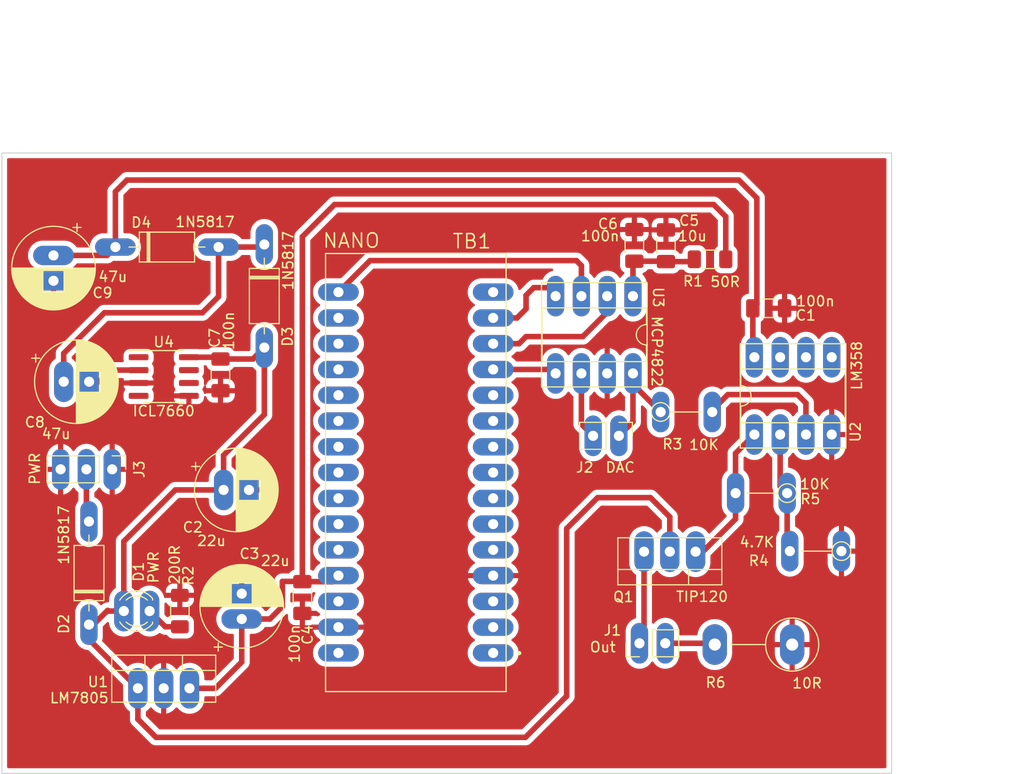
<source format=kicad_pcb>
(kicad_pcb (version 20211014) (generator pcbnew)
  (layers (0 "F.Cu" signal) (31 "B.Cu" signal) (34 "B.Paste" user) (35 "F.Paste" user) (36 "B.SilkS" user "B.Silkscreen") (37 "F.SilkS" user "F.Silkscreen") (38 "B.Mask" user) (39 "F.Mask" user) (44 "Edge.Cuts" user))
  (net 0 "")
  (net 1 "24V")
  (net 2 "GND")
  (net 3 "12V")
  (net 4 "5V")
  (net 5 "Net-(D1-Pad1)")
  (net 6 "VIN")
  (net 7 "Net-(Q1-Pad1)")
  (net 18 "Net-(TB1-Pad13)")
  (net 19 "Net-(TB1-Pad14)")
  (net 21 "Net-(TB1-Pad16)")
  (net 41 "Net-(C8-Pad1)")
  (net 42 "Net-(C8-Pad2)")
  (net 43 "Net-(J1-Pad1)")
  (net 44 "Net-(J1-Pad2)")
  (net 45 "Net-(C5-Pad2)")
  (net 46 "Net-(J2-Pad1)")
  (net 47 "Net-(J2-Pad2)")
  (net 48 "Net-(R3-Pad2)")
  (net 49 "Net-(R4-Pad2)")
  (net 50 "Net-(TB1-Pad12)")
  (footprint "Diode_THT:D_DO-41_SOD81_P10.16mm_Horizontal" (layer "F.Cu") (at 72.644 75.7555 -90)
    (fp_text reference "D3" (at 9.0805 -2.286 -90) (layer "F.SilkS"))
    (fp_text value "1N5817" (at 1.5875 -2.3495 90) (layer "F.SilkS"))
    (pad "1" thru_hole oval (at 0 0 270) (size 4 1.7) (drill 1) (layers *.Cu *.Mask) (net 41 "Net-(C8-Pad1)"))
    (pad "2" thru_hole oval (at 10.16 0 270) (size 4 1.7) (drill 1) (layers *.Cu *.Mask) (net 3 "12V"))
  )
  (footprint "Diode_THT:D_DO-41_SOD81_P10.16mm_Horizontal" (layer "F.Cu") (at 55.372 113.2205 90)
    (fp_text reference "D2" (at 0.0635 -2.4765 90) (layer "F.SilkS"))
    (fp_text value "1N5817" (at 8.8265 -2.4765 90) (layer "F.SilkS"))
    (pad "1" thru_hole oval (at 0 0 90) (size 4 1.7) (drill 1) (layers *.Cu *.Mask) (net 3 "12V"))
    (pad "2" thru_hole oval (at 10.16 0 90) (size 4 1.7) (drill 1) (layers *.Cu *.Mask) (net 6 "VIN"))
  )
  (footprint "Package_TO_SOT_THT:TO-220-3_Vertical" (layer "F.Cu") (at 115.1255 106.031 180)
    (fp_text reference "Q1" (at 7.112 -4.459) (layer "F.SilkS"))
    (fp_text value "TIP120" (at -0.635 -4.445) (layer "F.SilkS"))
    (pad "1" thru_hole oval (at 0 0 180) (size 1.9 4) (drill 1) (layers *.Cu *.Mask) (net 7 "Net-(Q1-Pad1)"))
    (pad "2" thru_hole oval (at 2.54 0 180) (size 1.9 4) (drill 1) (layers *.Cu *.Mask) (net 3 "12V"))
    (pad "3" thru_hole oval (at 5.08 0 180) (size 1.9 4) (drill 1) (layers *.Cu *.Mask) (net 43 "Net-(J1-Pad1)"))
  )
  (footprint "Resistor_THT:R_Axial_DIN0204_L3.6mm_D1.6mm_P5.08mm_Vertical" (layer "F.Cu") (at 111.683 92.2655)
    (fp_text reference "R3" (at 1.1565 3.175) (layer "F.SilkS"))
    (fp_text value "10K" (at 4.268 3.2385) (layer "F.SilkS"))
    (pad "1" thru_hole oval (at 0 0) (size 1.7 4) (drill 1) (layers *.Cu *.Mask) (net 46 "Net-(J2-Pad1)"))
    (pad "2" thru_hole oval (at 5.08 0) (size 1.7 4) (drill 1) (layers *.Cu *.Mask) (net 48 "Net-(R3-Pad2)"))
  )
  (footprint "LED_THT:LED_D3.0mm" (layer "F.Cu") (at 61.346 111.887 180)
    (fp_text reference "D1" (at 1.0845 3.8735 90) (layer "F.SilkS"))
    (fp_text value "PWR" (at -0.376 4.318 90) (layer "F.SilkS"))
    (pad "1" thru_hole oval (at 0 0 180) (size 1.9 4) (drill 1) (layers *.Cu *.Mask) (net 5 "Net-(D1-Pad1)"))
    (pad "2" thru_hole oval (at 2.54 0 180) (size 1.9 4) (drill 1) (layers *.Cu *.Mask) (net 3 "12V"))
  )
  (footprint "Package_DIP:DIP-8_W7.62mm_Socket" (layer "F.Cu") (at 120.914 94.488 90)
    (fp_text reference "U2" (at 0.254 9.9595 90) (layer "F.SilkS"))
    (fp_text value "LM358" (at 6.7945 10.0865 90) (layer "F.SilkS"))
    (pad "1" thru_hole oval (at 0 0 90) (size 4 1.7) (drill 1) (layers *.Cu *.Mask) (net 7 "Net-(Q1-Pad1)"))
    (pad "2" thru_hole oval (at 0 2.54 90) (size 4 1.7) (drill 1) (layers *.Cu *.Mask) (net 49 "Net-(R4-Pad2)"))
    (pad "3" thru_hole oval (at 0 5.08 90) (size 4 1.7) (drill 1) (layers *.Cu *.Mask) (net 48 "Net-(R3-Pad2)"))
    (pad "4" thru_hole oval (at 0 7.62 90) (size 4 1.7) (drill 1) (layers *.Cu *.Mask) (net 2 "GND"))
    (pad "5" thru_hole oval (at 7.62 7.62 90) (size 4 1.7) (drill 1) (layers *.Cu *.Mask))
    (pad "6" thru_hole oval (at 7.62 5.08 90) (size 4 1.7) (drill 1) (layers *.Cu *.Mask))
    (pad "7" thru_hole oval (at 7.62 2.54 90) (size 4 1.7) (drill 1) (layers *.Cu *.Mask))
    (pad "8" thru_hole oval (at 7.62 0 90) (size 4 1.7) (drill 1) (layers *.Cu *.Mask) (net 1 "24V"))
  )
  (footprint "Resistor_SMD:R_1206_3216Metric_Pad1.30x1.75mm_HandSolder" (layer "F.Cu") (at 116.5485 77.216)
    (fp_text reference "R1" (at -1.677 2.159) (layer "F.SilkS"))
    (fp_text value "50R" (at 1.498 2.2225) (layer "F.SilkS"))
    (pad "1" smd roundrect (at -1.55 0) (size 1.3 1.75) (layers "F.Cu" "F.Paste" "F.Mask") (roundrect_rratio 0.1923076923) (net 45 "Net-(C5-Pad2)"))
    (pad "2" smd roundrect (at 1.55 0) (size 1.3 1.75) (layers "F.Cu" "F.Paste" "F.Mask") (roundrect_rratio 0.1923076923) (net 4 "5V"))
  )
  (footprint "Capacitor_SMD:C_1206_3216Metric_Pad1.33x1.80mm_HandSolder" (layer "F.Cu") (at 76.3905 110.5535 90)
    (fp_text reference "C4" (at -3.683 0.508 90) (layer "F.SilkS"))
    (fp_text value "100n" (at -4.572 -0.762 90) (layer "F.SilkS"))
    (pad "1" smd roundrect (at -1.5625 0 90) (size 1.325 1.8) (layers "F.Cu" "F.Paste" "F.Mask") (roundrect_rratio 0.1886792453) (net 2 "GND"))
    (pad "2" smd roundrect (at 1.5625 0 90) (size 1.325 1.8) (layers "F.Cu" "F.Paste" "F.Mask") (roundrect_rratio 0.1886792453) (net 4 "5V"))
  )
  (footprint "Diode_THT:D_DO-41_SOD81_P10.16mm_Horizontal" (layer "F.Cu") (at 57.9755 76.0095)
    (fp_text reference "D4" (at 2.54 -2.413) (layer "F.SilkS"))
    (fp_text value "1N5817" (at 8.8265 -2.4765) (layer "F.SilkS"))
    (pad "1" thru_hole oval (at 0 0) (size 4 1.7) (drill 1) (layers *.Cu *.Mask) (net 1 "24V"))
    (pad "2" thru_hole oval (at 10.16 0) (size 4 1.7) (drill 1) (layers *.Cu *.Mask) (net 41 "Net-(C8-Pad1)"))
  )
  (footprint "Resistor_SMD:R_1206_3216Metric_Pad1.30x1.75mm_HandSolder" (layer "F.Cu") (at 64.3255 111.887 -90)
    (fp_text reference "R2" (at -3.4925 -0.8255 90) (layer "F.SilkS"))
    (fp_text value "200R" (at -4.572 0.508 90) (layer "F.SilkS"))
    (pad "1" smd roundrect (at -1.55 0 270) (size 1.3 1.75) (layers "F.Cu" "F.Paste" "F.Mask") (roundrect_rratio 0.1923076923) (net 2 "GND"))
    (pad "2" smd roundrect (at 1.55 0 270) (size 1.3 1.75) (layers "F.Cu" "F.Paste" "F.Mask") (roundrect_rratio 0.1923076923) (net 5 "Net-(D1-Pad1)"))
  )
  (footprint "Connector_PinHeader_2.54mm:PinHeader_1x02_P2.54mm_Vertical" (layer "F.Cu") (at 107.569 94.615 -90)
    (fp_text reference "J2" (at 3.1115 3.3655 180) (layer "F.SilkS"))
    (fp_text value "DAC" (at 3.1115 -0.127 180) (layer "F.SilkS"))
    (pad "1" thru_hole oval (at 0 0 270) (size 4 1.7) (drill 1) (layers *.Cu *.Mask) (net 46 "Net-(J2-Pad1)"))
    (pad "2" thru_hole oval (at 0 2.54 270) (size 4 1.7) (drill 1) (layers *.Cu *.Mask) (net 47 "Net-(J2-Pad2)"))
  )
  (footprint "Capacitor_THT:CP_Radial_D8.0mm_P2.50mm" (layer "F.Cu") (at 52.885849 89.281)
    (fp_text reference "C8" (at -2.847849 4.0005) (layer "F.SilkS"))
    (fp_text value "47u" (at -0.752349 5.1435) (layer "F.SilkS"))
    (pad "1" thru_hole oval (at 0 0) (size 1.9 4) (drill 1) (layers *.Cu *.Mask) (net 41 "Net-(C8-Pad1)"))
    (pad "2" thru_hole oval (at 2.5 0) (size 1.9 4) (drill 1) (layers *.Cu *.Mask) (net 42 "Net-(C8-Pad2)"))
  )
  (footprint "Capacitor_THT:CP_Radial_D8.0mm_P2.50mm" (layer "F.Cu") (at 68.633849 99.949)
    (fp_text reference "C2" (at -3.038349 3.683) (layer "F.SilkS"))
    (fp_text value "22u" (at -1.196849 5.0165) (layer "F.SilkS"))
    (pad "1" thru_hole oval (at 0 0) (size 1.9 4) (drill 1) (layers *.Cu *.Mask) (net 3 "12V"))
    (pad "2" thru_hole oval (at 2.5 0) (size 1.9 4) (drill 1) (layers *.Cu *.Mask) (net 2 "GND"))
  )
  (footprint "Package_TO_SOT_THT:TO-220-3_Vertical" (layer "F.Cu") (at 60.193 119.4995)
    (fp_text reference "U1" (at -3.932 -0.6275) (layer "F.SilkS"))
    (fp_text value "LM7805" (at -5.7735 0.96) (layer "F.SilkS"))
    (pad "1" thru_hole oval (at 0 0) (size 1.9 4) (drill 1) (layers *.Cu *.Mask) (net 3 "12V"))
    (pad "2" thru_hole oval (at 2.54 0) (size 1.9 4) (drill 1) (layers *.Cu *.Mask) (net 2 "GND"))
    (pad "3" thru_hole oval (at 5.08 0) (size 1.9 4) (drill 1) (layers *.Cu *.Mask) (net 4 "5V"))
  )
  (footprint "Capacitor_SMD:C_1206_3216Metric_Pad1.33x1.80mm_HandSolder" (layer "F.Cu") (at 68.326 88.6075 90)
    (fp_text reference "C7" (at 3.6445 -0.5715 90) (layer "F.SilkS"))
    (fp_text value "100n" (at 4.343 0.8255 90) (layer "F.SilkS"))
    (pad "1" smd roundrect (at -1.5625 0 90) (size 1.325 1.8) (layers "F.Cu" "F.Paste" "F.Mask") (roundrect_rratio 0.1886792453) (net 2 "GND"))
    (pad "2" smd roundrect (at 1.5625 0 90) (size 1.325 1.8) (layers "F.Cu" "F.Paste" "F.Mask") (roundrect_rratio 0.1886792453) (net 3 "12V"))
  )
  (footprint "Capacitor_THT:CP_Radial_D8.0mm_P2.50mm" (layer "F.Cu") (at 70.4215 112.6725 90)
    (fp_text reference "C3" (at 6.437 0.762 180) (layer "F.SilkS"))
    (fp_text value "22u" (at 5.7385 3.302 180) (layer "F.SilkS"))
    (pad "1" thru_hole oval (at 0 0 90) (size 1.9 4) (drill 1) (layers *.Cu *.Mask) (net 4 "5V"))
    (pad "2" thru_hole oval (at 2.5 0 90) (size 1.9 4) (drill 1) (layers *.Cu *.Mask) (net 2 "GND"))
  )
  (footprint "Capacitor_SMD:C_1206_3216Metric_Pad1.33x1.80mm_HandSolder" (layer "F.Cu") (at 109.093 75.844 -90)
    (fp_text reference "C6" (at -2.1205 2.6035 180) (layer "F.SilkS"))
    (fp_text value "100n" (at -0.914 3.3655 180) (layer "F.SilkS"))
    (pad "1" smd roundrect (at -1.5625 0 270) (size 1.325 1.8) (layers "F.Cu" "F.Paste" "F.Mask") (roundrect_rratio 0.1886792453) (net 2 "GND"))
    (pad "2" smd roundrect (at 1.5625 0 270) (size 1.325 1.8) (layers "F.Cu" "F.Paste" "F.Mask") (roundrect_rratio 0.1886792453) (net 45 "Net-(C5-Pad2)"))
  )
  (footprint "Package_SO:SOIC-8_3.9x4.9mm_P1.27mm" (layer "F.Cu") (at 62.738 88.773)
    (fp_text reference "U4" (at 0 -3.4) (layer "F.SilkS"))
    (fp_text value "ICL7660" (at 0 3.4) (layer "F.SilkS"))
    (pad "1" smd roundrect (at -2.475 -1.905) (size 1.95 0.6) (layers "F.Cu" "F.Paste" "F.Mask"))
    (pad "2" smd roundrect (at -2.475 -0.635) (size 1.95 0.6) (layers "F.Cu" "F.Paste" "F.Mask") (net 42 "Net-(C8-Pad2)"))
    (pad "3" smd roundrect (at -2.475 0.635) (size 1.95 0.6) (layers "F.Cu" "F.Paste" "F.Mask") (net 2 "GND"))
    (pad "4" smd roundrect (at -2.475 1.905) (size 1.95 0.6) (layers "F.Cu" "F.Paste" "F.Mask"))
    (pad "5" smd roundrect (at 2.475 1.905) (size 1.95 0.6) (layers "F.Cu" "F.Paste" "F.Mask") (net 2 "GND"))
    (pad "6" smd roundrect (at 2.475 0.635) (size 1.95 0.6) (layers "F.Cu" "F.Paste" "F.Mask"))
    (pad "7" smd roundrect (at 2.475 -0.635) (size 1.95 0.6) (layers "F.Cu" "F.Paste" "F.Mask"))
    (pad "8" smd roundrect (at 2.475 -1.905) (size 1.95 0.6) (layers "F.Cu" "F.Paste" "F.Mask") (net 3 "12V"))
  )
  (footprint "Capacitor_THT:CP_Radial_D8.0mm_P2.50mm" (layer "F.Cu") (at 51.8795 76.835 -90)
    (fp_text reference "C9" (at 3.692651 -4.826) (layer "F.SilkS"))
    (fp_text value "47u" (at 2.105151 -5.842 180) (layer "F.SilkS"))
    (pad "1" thru_hole oval (at 0 0 270) (size 1.9 4) (drill 1) (layers *.Cu *.Mask) (net 1 "24V"))
    (pad "2" thru_hole oval (at 2.5 0 270) (size 1.9 4) (drill 1) (layers *.Cu *.Mask) (net 2 "GND"))
  )
  (footprint "Package_DIP:DIP-8_W7.62mm_Socket" (layer "F.Cu") (at 108.956 80.8455 -90)
    (fp_text reference "U3" (at 0.117 -2.4865 -90 unlocked) (layer "F.SilkS"))
    (fp_text value "MCP4822" (at 5.451 -2.3595 -90 unlocked) (layer "F.SilkS"))
    (pad "1" thru_hole oval (at 0 0 270) (size 4 1.7) (drill 1) (layers *.Cu *.Mask) (net 45 "Net-(C5-Pad2)"))
    (pad "2" thru_hole oval (at 0 2.54 270) (size 4 1.7) (drill 1) (layers *.Cu *.Mask) (net 18 "Net-(TB1-Pad13)"))
    (pad "3" thru_hole oval (at 0 5.08 270) (size 4 1.7) (drill 1) (layers *.Cu *.Mask) (net 21 "Net-(TB1-Pad16)"))
    (pad "4" thru_hole oval (at 0 7.62 270) (size 4 1.7) (drill 1) (layers *.Cu *.Mask) (net 19 "Net-(TB1-Pad14)"))
    (pad "5" thru_hole oval (at 7.62 7.62 270) (size 4 1.7) (drill 1) (layers *.Cu *.Mask) (net 50 "Net-(TB1-Pad12)"))
    (pad "6" thru_hole oval (at 7.62 5.08 270) (size 4 1.7) (drill 1) (layers *.Cu *.Mask) (net 47 "Net-(J2-Pad2)"))
    (pad "7" thru_hole oval (at 7.62 2.54 270) (size 4 1.7) (drill 1) (layers *.Cu *.Mask) (net 2 "GND"))
    (pad "8" thru_hole oval (at 7.62 0 270) (size 4 1.7) (drill 1) (layers *.Cu *.Mask) (net 46 "Net-(J2-Pad1)"))
  )
  (footprint "Resistor_THT:R_Axial_DIN0204_L3.6mm_D1.6mm_P5.08mm_Vertical" (layer "F.Cu") (at 124.1425 100.2665 180)
    (fp_text reference "R5" (at -2.286 -0.5715) (layer "F.SilkS"))
    (fp_text value "10K" (at -2.7305 0.889) (layer "F.SilkS"))
    (pad "1" thru_hole oval (at 0 0 180) (size 1.7 4) (drill 1) (layers *.Cu *.Mask) (net 49 "Net-(R4-Pad2)"))
    (pad "2" thru_hole oval (at 5.08 0 180) (size 1.7 4) (drill 1) (layers *.Cu *.Mask) (net 7 "Net-(Q1-Pad1)"))
  )
  (footprint "Connector_PinHeader_2.54mm:PinHeader_1x03_P2.54mm_Vertical" (layer "F.Cu") (at 57.658 97.917 -90)
    (fp_text reference "J3" (at 0 -2.667 -90) (layer "F.SilkS"))
    (fp_text value "PWR" (at -0.0635 7.62 90) (layer "F.SilkS"))
    (pad "1" thru_hole oval (at 0 0 270) (size 4 1.7) (drill 1) (layers *.Cu *.Mask) (net 2 "GND"))
    (pad "2" thru_hole oval (at 0 2.54 270) (size 4 1.7) (drill 1) (layers *.Cu *.Mask) (net 6 "VIN"))
    (pad "3" thru_hole oval (at 0 5.08 270) (size 4 1.7) (drill 1) (layers *.Cu *.Mask) (net 2 "GND"))
  )
  (footprint "Resistor_THT:R_Axial_DIN0516_L15.5mm_D5.0mm_P7.62mm_Vertical" (layer "F.Cu") (at 124.6355 115.189 180)
    (fp_text reference "R6" (at 7.5415 -3.7465) (layer "F.SilkS"))
    (fp_text value "10R" (at -1.4755 -3.81) (layer "F.SilkS"))
    (pad "1" thru_hole oval (at 0 0 180) (size 2.4 4) (drill 1.2) (layers *.Cu *.Mask) (net 2 "GND"))
    (pad "2" thru_hole oval (at 7.62 0 180) (size 2.4 4) (drill 1.2) (layers *.Cu *.Mask) (net 44 "Net-(J1-Pad2)"))
  )
  (footprint "Resistor_THT:R_Axial_DIN0204_L3.6mm_D1.6mm_P5.08mm_Vertical" (layer "F.Cu") (at 129.49 105.9815 180)
    (fp_text reference "R4" (at 8.1415 -0.9525) (layer "F.SilkS"))
    (fp_text value "4.7K" (at 8.332 0.889) (layer "F.SilkS"))
    (pad "1" thru_hole oval (at 0 0 180) (size 1.7 4) (drill 1) (layers *.Cu *.Mask) (net 2 "GND"))
    (pad "2" thru_hole oval (at 5.08 0 180) (size 1.7 4) (drill 1) (layers *.Cu *.Mask) (net 49 "Net-(R4-Pad2)"))
  )
  (footprint "Microcontrollers:SHIELD_ARDUINO_NANO" (layer "F.Cu") (at 87.5665 98.2345 180)
    (fp_text reference "TB1" (at -5.5245 22.7965 180) (layer "F.SilkS") (effects (font (size 1.4 1.4))))
    (fp_text value "NANO" (at 6.35 22.86 180) (layer "F.SilkS") (effects (font (size 1.4 1.4))))
    (pad "1" thru_hole oval (at -7.62 -17.78 180) (size 4 1.7) (drill 1) (layers *.Cu *.Mask))
    (pad "2" thru_hole oval (at -7.62 -15.24 180) (size 4 1.7) (drill 1) (layers *.Cu *.Mask))
    (pad "3" thru_hole oval (at -7.62 -12.7 180) (size 4 1.7) (drill 1) (layers *.Cu *.Mask))
    (pad "4" thru_hole oval (at -7.62 -10.16 180) (size 4 1.7) (drill 1) (layers *.Cu *.Mask) (net 2 "GND"))
    (pad "5" thru_hole oval (at -7.62 -7.62 180) (size 4 1.7) (drill 1) (layers *.Cu *.Mask))
    (pad "6" thru_hole oval (at -7.62 -5.08 180) (size 4 1.7) (drill 1) (layers *.Cu *.Mask))
    (pad "7" thru_hole oval (at -7.62 -2.54 180) (size 4 1.7) (drill 1) (layers *.Cu *.Mask))
    (pad "8" thru_hole oval (at -7.62 0 180) (size 4 1.7) (drill 1) (layers *.Cu *.Mask))
    (pad "9" thru_hole oval (at -7.62 2.54 180) (size 4 1.7) (drill 1) (layers *.Cu *.Mask))
    (pad "10" thru_hole oval (at -7.62 5.08 180) (size 4 1.7) (drill 1) (layers *.Cu *.Mask))
    (pad "11" thru_hole oval (at -7.62 7.62 180) (size 4 1.7) (drill 1) (layers *.Cu *.Mask))
    (pad "12" thru_hole oval (at -7.62 10.16 180) (size 4 1.7) (drill 1) (layers *.Cu *.Mask) (net 50 "Net-(TB1-Pad12)"))
    (pad "13" thru_hole oval (at -7.62 12.7 180) (size 4 1.7) (drill 1) (layers *.Cu *.Mask) (net 18 "Net-(TB1-Pad13)"))
    (pad "14" thru_hole oval (at -7.62 15.24 180) (size 4 1.7) (drill 1) (layers *.Cu *.Mask) (net 19 "Net-(TB1-Pad14)"))
    (pad "15" thru_hole oval (at -7.62 17.78 180) (size 4 1.7) (drill 1) (layers *.Cu *.Mask))
    (pad "16" thru_hole oval (at 7.62 17.78 180) (size 4 1.7) (drill 1) (layers *.Cu *.Mask) (net 21 "Net-(TB1-Pad16)"))
    (pad "17" thru_hole oval (at 7.62 15.24 180) (size 4 1.7) (drill 1) (layers *.Cu *.Mask))
    (pad "18" thru_hole oval (at 7.62 12.7 180) (size 4 1.7) (drill 1) (layers *.Cu *.Mask))
    (pad "19" thru_hole oval (at 7.62 10.16 180) (size 4 1.7) (drill 1) (layers *.Cu *.Mask))
    (pad "20" thru_hole oval (at 7.62 7.62 180) (size 4 1.7) (drill 1) (layers *.Cu *.Mask))
    (pad "21" thru_hole oval (at 7.62 5.08 180) (size 4 1.7) (drill 1) (layers *.Cu *.Mask))
    (pad "22" thru_hole oval (at 7.62 2.54 180) (size 4 1.7) (drill 1) (layers *.Cu *.Mask))
    (pad "23" thru_hole oval (at 7.62 0 180) (size 4 1.7) (drill 1) (layers *.Cu *.Mask))
    (pad "24" thru_hole oval (at 7.62 -2.54 180) (size 4 1.7) (drill 1) (layers *.Cu *.Mask))
    (pad "25" thru_hole oval (at 7.62 -5.08 180) (size 4 1.7) (drill 1) (layers *.Cu *.Mask))
    (pad "26" thru_hole oval (at 7.62 -7.62 180) (size 4 1.7) (drill 1) (layers *.Cu *.Mask))
    (pad "27" thru_hole oval (at 7.62 -10.16 180) (size 4 1.7) (drill 1) (layers *.Cu *.Mask) (net 4 "5V"))
    (pad "28" thru_hole oval (at 7.62 -12.7 180) (size 4 1.7) (drill 1) (layers *.Cu *.Mask))
    (pad "29" thru_hole oval (at 7.62 -15.24 180) (size 4 1.7) (drill 1) (layers *.Cu *.Mask) (net 2 "GND"))
    (pad "30" thru_hole oval (at 7.62 -17.78 180) (size 4 1.7) (drill 1) (layers *.Cu *.Mask))
  )
  (footprint "Connector_PinHeader_2.54mm:PinHeader_1x02_P2.54mm_Vertical" (layer "F.Cu") (at 109.596 115.062 90)
    (fp_text reference "J1" (at 1.27 -2.662) (layer "F.SilkS"))
    (fp_text value "Out" (at -0.381 -3.6145) (layer "F.SilkS"))
    (pad "1" thru_hole oval (at 0 0 90) (size 4 1.7) (drill 1) (layers *.Cu *.Mask) (net 43 "Net-(J1-Pad1)"))
    (pad "2" thru_hole oval (at 0 2.54 90) (size 4 1.7) (drill 1) (layers *.Cu *.Mask) (net 44 "Net-(J1-Pad2)"))
  )
  (footprint "Capacitor_SMD:C_1206_3216Metric_Pad1.33x1.80mm_HandSolder" (layer "F.Cu") (at 122.326 82.042)
    (fp_text reference "C1" (at 3.658 0.6985) (layer "F.SilkS"))
    (fp_text value "100n" (at 4.6105 -0.6985) (layer "F.SilkS"))
    (pad "1" smd roundrect (at -1.5625 0) (size 1.325 1.8) (layers "F.Cu" "F.Paste" "F.Mask") (roundrect_rratio 0.1886792453) (net 1 "24V"))
    (pad "2" smd roundrect (at 1.5625 0) (size 1.325 1.8) (layers "F.Cu" "F.Paste" "F.Mask") (roundrect_rratio 0.1886792453) (net 2 "GND"))
  )
  (footprint "Capacitor_SMD:C_1206_3216Metric_Pad1.33x1.80mm_HandSolder" (layer "F.Cu") (at 112.2045 75.8825 -90)
    (fp_text reference "C5" (at -2.4765 -2.286 180) (layer "F.SilkS"))
    (fp_text value "10u" (at -0.9525 -2.6035 180) (layer "F.SilkS"))
    (pad "1" smd roundrect (at -1.5625 0 270) (size 1.325 1.8) (layers "F.Cu" "F.Paste" "F.Mask") (roundrect_rratio 0.1886792453) (net 2 "GND"))
    (pad "2" smd roundrect (at 1.5625 0 270) (size 1.325 1.8) (layers "F.Cu" "F.Paste" "F.Mask") (roundrect_rratio 0.1886792453) (net 45 "Net-(C5-Pad2)"))
  )
  (gr_rect (start 46.7995 66.7385) (end 134.4295 127.889) (layer "Edge.Cuts") (width 0.1) (fill none))
  (segment (start 121.158 81.6475) (end 120.7635 82.042) (width 0.55) (layer "F.Cu") (net 1))
  (segment (start 51.8795 76.835) (end 57.15 76.835) (width 0.55) (layer "F.Cu") (net 1))
  (segment (start 119.38 69.4055) (end 121.158 71.1835) (width 0.55) (layer "F.Cu") (net 1))
  (segment (start 59.1185 69.4055) (end 119.38 69.4055) (width 0.55) (layer "F.Cu") (net 1))
  (segment (start 57.15 76.835) (end 57.9755 76.0095) (width 0.55) (layer "F.Cu") (net 1))
  (segment (start 120.7635 82.042) (end 120.7635 86.7175) (width 0.55) (layer "F.Cu") (net 1))
  (segment (start 120.7635 86.7175) (end 120.914 86.868) (width 0.55) (layer "F.Cu") (net 1))
  (segment (start 57.9755 70.5485) (end 59.1185 69.4055) (width 0.55) (layer "F.Cu") (net 1))
  (segment (start 57.9755 76.0095) (end 57.9755 70.5485) (width 0.55) (layer "F.Cu") (net 1))
  (segment (start 121.158 71.1835) (end 121.158 81.6475) (width 0.55) (layer "F.Cu") (net 1))
  (segment (start 57.2135 111.8235) (end 57.277 111.887) (width 0.55) (layer "F.Cu") (net 3))
  (segment (start 98.3615 124.333) (end 102.4255 120.269) (width 0.55) (layer "F.Cu") (net 3))
  (segment (start 57.277 111.887) (end 58.806 111.887) (width 0.55) (layer "F.Cu") (net 3))
  (segment (start 68.633849 99.949) (end 68.633849 96.529651) (width 0.55) (layer "F.Cu") (net 3))
  (segment (start 68.149 86.868) (end 68.326 87.045) (width 0.55) (layer "F.Cu") (net 3))
  (segment (start 68.326 87.045) (end 71.5145 87.045) (width 0.55) (layer "F.Cu") (net 3))
  (segment (start 60.193 119.4995) (end 60.193 122.55) (width 0.55) (layer "F.Cu") (net 3))
  (segment (start 102.4255 120.269) (end 102.4255 103.759) (width 0.55) (layer "F.Cu") (net 3))
  (segment (start 55.372 113.2205) (end 55.372 114.6785) (width 0.55) (layer "F.Cu") (net 3))
  (segment (start 58.806 105.024) (end 63.881 99.949) (width 0.55) (layer "F.Cu") (net 3))
  (segment (start 55.372 113.2205) (end 55.8165 113.2205) (width 0.55) (layer "F.Cu") (net 3))
  (segment (start 61.976 124.333) (end 98.3615 124.333) (width 0.55) (layer "F.Cu") (net 3))
  (segment (start 102.4255 103.759) (end 105.4735 100.711) (width 0.55) (layer "F.Cu") (net 3))
  (segment (start 55.372 114.6785) (end 60.193 119.4995) (width 0.55) (layer "F.Cu") (net 3))
  (segment (start 71.5145 87.045) (end 72.644 85.9155) (width 0.55) (layer "F.Cu") (net 3))
  (segment (start 72.644 92.5195) (end 72.644 85.9155) (width 0.55) (layer "F.Cu") (net 3))
  (segment (start 63.881 99.949) (end 68.633849 99.949) (width 0.55) (layer "F.Cu") (net 3))
  (segment (start 58.806 111.887) (end 58.806 105.024) (width 0.55) (layer "F.Cu") (net 3))
  (segment (start 60.193 122.55) (end 61.976 124.333) (width 0.55) (layer "F.Cu") (net 3))
  (segment (start 112.5855 102.616) (end 112.5855 106.031) (width 0.55) (layer "F.Cu") (net 3))
  (segment (start 65.213 86.868) (end 68.149 86.868) (width 0.55) (layer "F.Cu") (net 3))
  (segment (start 105.4735 100.711) (end 110.6805 100.711) (width 0.55) (layer "F.Cu") (net 3))
  (segment (start 68.633849 96.529651) (end 72.644 92.5195) (width 0.55) (layer "F.Cu") (net 3))
  (segment (start 55.8165 113.2205) (end 57.2135 111.8235) (width 0.55) (layer "F.Cu") (net 3))
  (segment (start 110.6805 100.711) (end 112.5855 102.616) (width 0.55) (layer "F.Cu") (net 3))
  (segment (start 74.422 108.966) (end 76.683 108.966) (width 0.55) (layer "F.Cu") (net 4))
  (segment (start 79.35 108.991) (end 79.9465 108.3945) (width 0.55) (layer "F.Cu") (net 4))
  (segment (start 67.8255 119.4995) (end 70.4215 116.9035) (width 0.55) (layer "F.Cu") (net 4))
  (segment (start 118.0985 73.0135) (end 118.0985 77.216) (width 0.55) (layer "F.Cu") (net 4))
  (segment (start 116.9035 71.8185) (end 118.0985 73.0135) (width 0.55) (layer "F.Cu") (net 4))
  (segment (start 79.5655 71.8185) (end 116.9035 71.8185) (width 0.55) (layer "F.Cu") (net 4))
  (segment (start 73.192 112.6725) (end 74.422 111.4425) (width 0.55) (layer "F.Cu") (net 4))
  (segment (start 76.683 108.966) (end 76.708 108.991) (width 0.55) (layer "F.Cu") (net 4))
  (segment (start 70.4215 116.9035) (end 70.4215 112.6725) (width 0.55) (layer "F.Cu") (net 4))
  (segment (start 76.3905 74.9935) (end 79.5655 71.8185) (width 0.55) (layer "F.Cu") (net 4))
  (segment (start 76.3905 108.991) (end 76.3905 74.9935) (width 0.55) (layer "F.Cu") (net 4))
  (segment (start 70.4215 112.6725) (end 73.192 112.6725) (width 0.55) (layer "F.Cu") (net 4))
  (segment (start 76.708 108.991) (end 79.35 108.991) (width 0.55) (layer "F.Cu") (net 4))
  (segment (start 65.273 119.4995) (end 67.8255 119.4995) (width 0.55) (layer "F.Cu") (net 4))
  (segment (start 74.422 111.4425) (end 74.422 108.966) (width 0.55) (layer "F.Cu") (net 4))
  (segment (start 62.891 113.437) (end 64.3255 113.437) (width 0.55) (layer "F.Cu") (net 5))
  (segment (start 61.346 111.892) (end 62.891 113.437) (width 0.55) (layer "F.Cu") (net 5))
  (segment (start 61.346 111.887) (end 61.346 111.892) (width 0.55) (layer "F.Cu") (net 5))
  (segment (start 55.118 102.8065) (end 55.372 103.0605) (width 0.55) (layer "F.Cu") (net 6))
  (segment (start 55.118 97.917) (end 55.118 102.8065) (width 0.55) (layer "F.Cu") (net 6))
  (segment (start 119.0625 96.3395) (end 119.0625 100.2665) (width 0.55) (layer "F.Cu") (net 7))
  (segment (start 115.1255 106.031) (end 115.838 106.031) (width 0.55) (layer "F.Cu") (net 7))
  (segment (start 120.914 94.488) (end 119.0625 96.3395) (width 0.55) (layer "F.Cu") (net 7))
  (segment (start 119.0625 102.8065) (end 119.0625 100.2665) (width 0.55) (layer "F.Cu") (net 7))
  (segment (start 115.838 106.031) (end 119.0625 102.8065) (width 0.55) (layer "F.Cu") (net 7))
  (segment (start 104.013 84.836) (end 106.416 82.433) (width 0.55) (layer "F.Cu") (net 18))
  (segment (start 97.7265 85.5345) (end 98.425 84.836) (width 0.55) (layer "F.Cu") (net 18))
  (segment (start 106.416 82.433) (end 106.416 80.8455) (width 0.55) (layer "F.Cu") (net 18))
  (segment (start 95.1865 85.5345) (end 97.7265 85.5345) (width 0.55) (layer "F.Cu") (net 18))
  (segment (start 98.425 84.836) (end 104.013 84.836) (width 0.55) (layer "F.Cu") (net 18))
  (segment (start 98.425 80.772) (end 99.187 80.01) (width 0.55) (layer "F.Cu") (net 19))
  (segment (start 100.584 80.01) (end 101.336 80.762) (width 0.55) (layer "F.Cu") (net 19))
  (segment (start 97.536 82.9945) (end 98.425 82.1055) (width 0.55) (layer "F.Cu") (net 19))
  (segment (start 98.425 82.1055) (end 98.425 80.772) (width 0.55) (layer "F.Cu") (net 19))
  (segment (start 99.187 80.01) (end 100.584 80.01) (width 0.55) (layer "F.Cu") (net 19))
  (segment (start 101.336 80.762) (end 101.336 80.8455) (width 0.55) (layer "F.Cu") (net 19))
  (segment (start 95.1865 82.9945) (end 97.536 82.9945) (width 0.55) (layer "F.Cu") (net 19))
  (segment (start 103.378 77.343) (end 103.876 77.841) (width 0.55) (layer "F.Cu") (net 21))
  (segment (start 79.9465 80.4545) (end 83.058 77.343) (width 0.55) (layer "F.Cu") (net 21))
  (segment (start 103.876 77.841) (end 103.876 80.8455) (width 0.55) (layer "F.Cu") (net 21))
  (segment (start 83.058 77.343) (end 103.378 77.343) (width 0.55) (layer "F.Cu") (net 21))
  (segment (start 68.1355 76.0095) (end 72.39 76.0095) (width 0.55) (layer "F.Cu") (net 41))
  (segment (start 52.885849 89.281) (end 52.885849 86.496651) (width 0.55) (layer "F.Cu") (net 41))
  (segment (start 56.896 82.4865) (end 66.548 82.4865) (width 0.55) (layer "F.Cu") (net 41))
  (segment (start 68.1355 80.899) (end 68.1355 76.0095) (width 0.55) (layer "F.Cu") (net 41))
  (segment (start 72.39 76.0095) (end 72.644 75.7555) (width 0.55) (layer "F.Cu") (net 41))
  (segment (start 52.885849 86.496651) (end 56.896 82.4865) (width 0.55) (layer "F.Cu") (net 41))
  (segment (start 66.548 82.4865) (end 68.1355 80.899) (width 0.55) (layer "F.Cu") (net 41))
  (segment (start 57.531 88.138) (end 60.263 88.138) (width 0.55) (layer "F.Cu") (net 42))
  (segment (start 56.388 89.281) (end 57.531 88.138) (width 0.55) (layer "F.Cu") (net 42))
  (segment (start 55.385849 89.281) (end 56.388 89.281) (width 0.55) (layer "F.Cu") (net 42))
  (segment (start 110.0455 114.6125) (end 109.596 115.062) (width 0.55) (layer "F.Cu") (net 43))
  (segment (start 110.0455 106.031) (end 110.0455 114.6125) (width 0.55) (layer "F.Cu") (net 43))
  (segment (start 112.136 115.062) (end 116.8885 115.062) (width 0.55) (layer "F.Cu") (net 44))
  (segment (start 116.8885 115.062) (end 117.0155 115.189) (width 0.55) (layer "F.Cu") (net 44))
  (segment (start 108.956 77.5435) (end 109.093 77.4065) (width 0.55) (layer "F.Cu") (net 45))
  (segment (start 108.956 80.8455) (end 108.956 77.5435) (width 0.55) (layer "F.Cu") (net 45))
  (segment (start 109.093 77.4065) (end 112.166 77.4065) (width 0.55) (layer "F.Cu") (net 45))
  (segment (start 112.2045 77.445) (end 114.7695 77.445) (width 0.55) (layer "F.Cu") (net 45))
  (segment (start 112.166 77.4065) (end 112.2045 77.445) (width 0.55) (layer "F.Cu") (net 45))
  (segment (start 114.7695 77.445) (end 114.9985 77.216) (width 0.55) (layer "F.Cu") (net 45))
  (segment (start 108.956 88.4655) (end 108.956 89.5385) (width 0.55) (layer "F.Cu") (net 46))
  (segment (start 108.956 88.4655) (end 108.956 93.228) (width 0.55) (layer "F.Cu") (net 46))
  (segment (start 108.956 93.228) (end 107.569 94.615) (width 0.55) (layer "F.Cu") (net 46))
  (segment (start 108.956 89.5385) (end 111.683 92.2655) (width 0.55) (layer "F.Cu") (net 46))
  (segment (start 103.876 93.462) (end 105.029 94.615) (width 0.55) (layer "F.Cu") (net 47))
  (segment (start 103.876 88.4655) (end 103.876 93.462) (width 0.55) (layer "F.Cu") (net 47))
  (segment (start 116.763 92.0885) (end 118.3005 90.551) (width 0.55) (layer "F.Cu") (net 48))
  (segment (start 116.763 92.2655) (end 116.763 92.0885) (width 0.55) (layer "F.Cu") (net 48))
  (segment (start 125.994 91.3865) (end 125.994 94.488) (width 0.55) (layer "F.Cu") (net 48))
  (segment (start 125.1585 90.551) (end 125.994 91.3865) (width 0.55) (layer "F.Cu") (net 48))
  (segment (start 118.3005 90.551) (end 125.1585 90.551) (width 0.55) (layer "F.Cu") (net 48))
  (segment (start 123.454 99.578) (end 124.1425 100.2665) (width 0.55) (layer "F.Cu") (net 49))
  (segment (start 124.1425 105.714) (end 124.41 105.9815) (width 0.55) (layer "F.Cu") (net 49))
  (segment (start 123.454 94.488) (end 123.454 99.578) (width 0.55) (layer "F.Cu") (net 49))
  (segment (start 124.1425 100.2665) (end 124.1425 105.714) (width 0.55) (layer "F.Cu") (net 49))
  (segment (start 95.1865 88.0745) (end 100.945 88.0745) (width 0.55) (layer "F.Cu") (net 50))
  (segment (start 100.945 88.0745) (end 101.336 88.4655) (width 0.55) (layer "F.Cu") (net 50))
  (zone (net 2) (net_name "GND") (layer "F.Cu") (connect_pads (clearance 0.508)) (min_thickness 0.254) (fill yes (thermal_gap 0.508) (thermal_bridge_width 0.508))
    (polygon (pts (xy 134.4295 127.889) (xy 46.609 127.889) (xy 46.609 66.7385) (xy 134.4295 66.7385)))
  )
)
</source>
